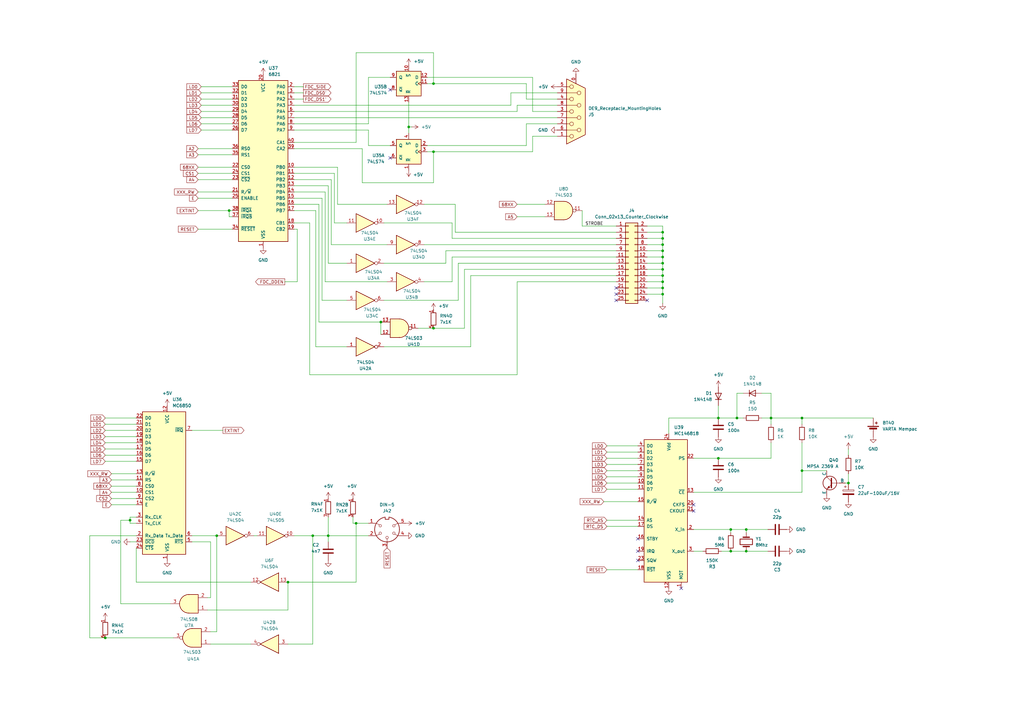
<source format=kicad_sch>
(kicad_sch (version 20250114) (generator "eeschema") (generator_version "9.0")
  (paper "A3")
  (title_block (title "CST Thor  - Clone/Upgrade for Sinclair QL") (date "2025-03-15") (rev "0,1") (company "(C) 2025 Alvaro Alea Fdz") (comment 1 "https://ohwr.org/cern_ohl_s_v2.txt") (comment 2 "CERN Open Hardware Licence Version 2 - Strongly Reciprocal") (comment 3 "Under License") (comment 4 "RTC, MOUSE, PRINTER & KEYBOARD INTERFACES"))
  (junction (at 294.64 187.96))
  (junction (at 271.78 100.33))
  (junction (at 88.9 219.71))
  (junction (at 156.21 132.08))
  (junction (at 271.78 97.79))
  (junction (at 271.78 120.65))
  (junction (at 328.93 171.45))
  (junction (at 299.72 226.06))
  (junction (at 271.78 107.95))
  (junction (at 146.05 214.63))
  (junction (at 53.34 213.36))
  (junction (at 306.07 217.17))
  (junction (at 271.78 113.03))
  (junction (at 271.78 102.87))
  (junction (at 177.8 134.62))
  (junction (at 328.93 193.04))
  (junction (at 316.23 171.45))
  (junction (at 271.78 105.41))
  (junction (at 93.98 86.36))
  (junction (at 347.98 198.12))
  (junction (at 294.64 171.45))
  (junction (at 177.8 34.29))
  (junction (at 43.18 261.62))
  (junction (at 306.07 226.06))
  (junction (at 299.72 217.17))
  (junction (at 271.78 115.57))
  (junction (at 271.78 95.25))
  (junction (at 177.8 62.23))
  (junction (at 118.11 238.76))
  (junction (at 271.78 118.11))
  (junction (at 128.27 219.71))
  (junction (at 302.26 171.45))
  (junction (at 134.62 219.71))
  (junction (at 271.78 110.49))
  (junction (at 167.64 52.07))
  (no_connect (at 265.43 123.19))
  (no_connect (at 252.73 120.65))
  (no_connect (at 279.4 241.3))
  (no_connect (at 252.73 123.19))
  (no_connect (at 284.48 209.55))
  (no_connect (at 261.62 226.06))
  (no_connect (at 160.02 64.77))
  (no_connect (at 160.02 36.83))
  (no_connect (at 252.73 118.11))
  (no_connect (at 261.62 220.98))
  (no_connect (at 284.48 207.01))
  (no_connect (at 261.62 229.87))
  (wire (pts (xy 284.48 226.06) (xy 288.29 226.06)))
  (wire (pts (xy 55.88 238.76) (xy 102.87 238.76)))
  (wire (pts (xy 144.78 214.63) (xy 146.05 214.63)))
  (wire (pts (xy 186.69 95.25) (xy 252.73 95.25)))
  (wire (pts (xy 95.25 45.72) (xy 82.55 45.72)))
  (wire (pts (xy 53.34 222.25) (xy 55.88 222.25)))
  (wire (pts (xy 132.08 123.19) (xy 142.24 123.19)))
  (wire (pts (xy 138.43 68.58) (xy 138.43 83.82)))
  (wire (pts (xy 81.28 63.5) (xy 95.25 63.5)))
  (wire (pts (xy 261.62 182.88) (xy 248.92 182.88)))
  (wire (pts (xy 347.98 194.31) (xy 347.98 198.12)))
  (wire (pts (xy 212.09 45.72) (xy 120.65 45.72)))
  (wire (pts (xy 215.9 40.64) (xy 228.6 40.64)))
  (wire (pts (xy 294.64 166.37) (xy 294.64 171.45)))
  (wire (pts (xy 173.99 100.33) (xy 252.73 100.33)))
  (wire (pts (xy 118.11 250.19) (xy 118.11 238.76)))
  (wire (pts (xy 247.65 205.74) (xy 261.62 205.74)))
  (wire (pts (xy 121.92 93.98) (xy 120.65 93.98)))
  (wire (pts (xy 261.62 195.58) (xy 248.92 195.58)))
  (wire (pts (xy 36.83 219.71) (xy 55.88 219.71)))
  (wire (pts (xy 306.07 217.17) (xy 306.07 218.44)))
  (wire (pts (xy 81.28 68.58) (xy 95.25 68.58)))
  (wire (pts (xy 175.26 34.29) (xy 177.8 34.29)))
  (wire (pts (xy 304.8 161.29) (xy 302.26 161.29)))
  (wire (pts (xy 215.9 34.29) (xy 215.9 40.64)))
  (wire (pts (xy 95.25 50.8) (xy 82.55 50.8)))
  (wire (pts (xy 160.02 31.75) (xy 151.13 31.75)))
  (wire (pts (xy 43.18 261.62) (xy 36.83 261.62)))
  (wire (pts (xy 134.62 219.71) (xy 128.27 219.71)))
  (wire (pts (xy 271.78 118.11) (xy 271.78 120.65)))
  (wire (pts (xy 177.8 134.62) (xy 190.5 134.62)))
  (wire (pts (xy 302.26 161.29) (xy 302.26 171.45)))
  (wire (pts (xy 284.48 201.93) (xy 328.93 201.93)))
  (wire (pts (xy 45.72 194.31) (xy 55.88 194.31)))
  (wire (pts (xy 265.43 118.11) (xy 271.78 118.11)))
  (wire (pts (xy 328.93 193.04) (xy 328.93 201.93)))
  (wire (pts (xy 265.43 105.41) (xy 271.78 105.41)))
  (wire (pts (xy 134.62 107.95) (xy 142.24 107.95)))
  (wire (pts (xy 120.65 48.26) (xy 228.6 48.26)))
  (wire (pts (xy 116.84 115.57) (xy 121.92 115.57)))
  (wire (pts (xy 261.62 198.12) (xy 248.92 198.12)))
  (wire (pts (xy 93.98 86.36) (xy 95.25 86.36)))
  (wire (pts (xy 121.92 93.98) (xy 121.92 115.57)))
  (wire (pts (xy 302.26 171.45) (xy 304.8 171.45)))
  (wire (pts (xy 212.09 88.9) (xy 223.52 88.9)))
  (wire (pts (xy 228.6 43.18) (xy 212.09 43.18)))
  (wire (pts (xy 132.08 81.28) (xy 132.08 123.19)))
  (wire (pts (xy 212.09 115.57) (xy 252.73 115.57)))
  (wire (pts (xy 328.93 171.45) (xy 358.14 171.45)))
  (wire (pts (xy 133.35 78.74) (xy 133.35 115.57)))
  (wire (pts (xy 265.43 97.79) (xy 271.78 97.79)))
  (wire (pts (xy 248.92 213.36) (xy 261.62 213.36)))
  (wire (pts (xy 284.48 187.96) (xy 294.64 187.96)))
  (wire (pts (xy 144.78 212.09) (xy 144.78 214.63)))
  (wire (pts (xy 81.28 60.96) (xy 95.25 60.96)))
  (wire (pts (xy 175.26 59.69) (xy 215.9 59.69)))
  (wire (pts (xy 53.34 213.36) (xy 53.34 214.63)))
  (wire (pts (xy 138.43 83.82) (xy 158.75 83.82)))
  (wire (pts (xy 261.62 185.42) (xy 248.92 185.42)))
  (wire (pts (xy 173.99 83.82) (xy 186.69 83.82)))
  (wire (pts (xy 182.88 107.95) (xy 182.88 102.87)))
  (wire (pts (xy 190.5 110.49) (xy 252.73 110.49)))
  (wire (pts (xy 55.88 184.15) (xy 43.18 184.15)))
  (wire (pts (xy 265.43 120.65) (xy 271.78 120.65)))
  (wire (pts (xy 86.36 245.11) (xy 86.36 222.25)))
  (wire (pts (xy 271.78 115.57) (xy 271.78 118.11)))
  (wire (pts (xy 78.74 176.53) (xy 91.44 176.53)))
  (wire (pts (xy 271.78 97.79) (xy 271.78 100.33)))
  (wire (pts (xy 55.88 212.09) (xy 53.34 212.09)))
  (wire (pts (xy 128.27 264.16) (xy 128.27 219.71)))
  (wire (pts (xy 160.02 59.69) (xy 151.13 59.69)))
  (wire (pts (xy 156.21 132.08) (xy 156.21 137.16)))
  (wire (pts (xy 316.23 171.45) (xy 316.23 173.99)))
  (wire (pts (xy 271.78 102.87) (xy 271.78 105.41)))
  (wire (pts (xy 120.65 86.36) (xy 129.54 86.36)))
  (wire (pts (xy 347.98 198.12) (xy 346.71 198.12)))
  (wire (pts (xy 271.78 110.49) (xy 271.78 113.03)))
  (wire (pts (xy 151.13 31.75) (xy 151.13 50.8)))
  (wire (pts (xy 55.88 179.07) (xy 43.18 179.07)))
  (wire (pts (xy 271.78 124.46) (xy 271.78 120.65)))
  (wire (pts (xy 95.25 53.34) (xy 82.55 53.34)))
  (wire (pts (xy 133.35 115.57) (xy 158.75 115.57)))
  (wire (pts (xy 49.53 213.36) (xy 49.53 247.65)))
  (wire (pts (xy 177.8 74.93) (xy 177.8 62.23)))
  (wire (pts (xy 306.07 217.17) (xy 314.96 217.17)))
  (wire (pts (xy 120.65 38.1) (xy 124.46 38.1)))
  (wire (pts (xy 177.8 21.59) (xy 177.8 34.29)))
  (wire (pts (xy 120.65 91.44) (xy 127 91.44)))
  (wire (pts (xy 265.43 100.33) (xy 271.78 100.33)))
  (wire (pts (xy 134.62 212.09) (xy 134.62 219.71)))
  (wire (pts (xy 118.11 238.76) (xy 146.05 238.76)))
  (wire (pts (xy 86.36 264.16) (xy 102.87 264.16)))
  (wire (pts (xy 171.45 134.62) (xy 177.8 134.62)))
  (wire (pts (xy 120.65 40.64) (xy 124.46 40.64)))
  (wire (pts (xy 36.83 261.62) (xy 36.83 219.71)))
  (wire (pts (xy 193.04 113.03) (xy 252.73 113.03)))
  (wire (pts (xy 228.6 38.1) (xy 209.55 38.1)))
  (wire (pts (xy 177.8 34.29) (xy 215.9 34.29)))
  (wire (pts (xy 120.65 53.34) (xy 151.13 53.34)))
  (wire (pts (xy 95.25 40.64) (xy 82.55 40.64)))
  (wire (pts (xy 95.25 48.26) (xy 82.55 48.26)))
  (wire (pts (xy 271.78 92.71) (xy 271.78 95.25)))
  (wire (pts (xy 53.34 212.09) (xy 53.34 213.36)))
  (wire (pts (xy 175.26 62.23) (xy 177.8 62.23)))
  (wire (pts (xy 328.93 181.61) (xy 328.93 193.04)))
  (wire (pts (xy 167.64 52.07) (xy 167.64 54.61)))
  (wire (pts (xy 265.43 95.25) (xy 271.78 95.25)))
  (wire (pts (xy 137.16 91.44) (xy 142.24 91.44)))
  (wire (pts (xy 45.72 207.01) (xy 55.88 207.01)))
  (wire (pts (xy 328.93 193.04) (xy 339.09 193.04)))
  (wire (pts (xy 312.42 161.29) (xy 316.23 161.29)))
  (wire (pts (xy 271.78 105.41) (xy 271.78 107.95)))
  (wire (pts (xy 185.42 115.57) (xy 185.42 105.41)))
  (wire (pts (xy 218.44 45.72) (xy 228.6 45.72)))
  (wire (pts (xy 120.65 73.66) (xy 135.89 73.66)))
  (wire (pts (xy 85.09 250.19) (xy 118.11 250.19)))
  (wire (pts (xy 190.5 134.62) (xy 190.5 110.49)))
  (wire (pts (xy 312.42 171.45) (xy 316.23 171.45)))
  (wire (pts (xy 177.8 62.23) (xy 218.44 62.23)))
  (wire (pts (xy 95.25 43.18) (xy 82.55 43.18)))
  (wire (pts (xy 212.09 153.67) (xy 212.09 115.57)))
  (wire (pts (xy 134.62 76.2) (xy 134.62 107.95)))
  (wire (pts (xy 151.13 53.34) (xy 151.13 59.69)))
  (wire (pts (xy 55.88 171.45) (xy 43.18 171.45)))
  (wire (pts (xy 215.9 50.8) (xy 228.6 50.8)))
  (wire (pts (xy 78.74 219.71) (xy 88.9 219.71)))
  (wire (pts (xy 146.05 214.63) (xy 151.13 214.63)))
  (wire (pts (xy 294.64 171.45) (xy 302.26 171.45)))
  (wire (pts (xy 218.44 62.23) (xy 218.44 55.88)))
  (wire (pts (xy 215.9 59.69) (xy 215.9 50.8)))
  (wire (pts (xy 167.64 41.91) (xy 167.64 52.07)))
  (wire (pts (xy 120.65 78.74) (xy 133.35 78.74)))
  (wire (pts (xy 81.28 71.12) (xy 95.25 71.12)))
  (wire (pts (xy 146.05 58.42) (xy 146.05 21.59)))
  (wire (pts (xy 261.62 187.96) (xy 248.92 187.96)))
  (wire (pts (xy 274.32 177.8) (xy 274.32 171.45)))
  (wire (pts (xy 295.91 226.06) (xy 299.72 226.06)))
  (wire (pts (xy 185.42 91.44) (xy 185.42 97.79)))
  (wire (pts (xy 186.69 83.82) (xy 186.69 95.25)))
  (wire (pts (xy 299.72 217.17) (xy 299.72 218.44)))
  (wire (pts (xy 120.65 76.2) (xy 134.62 76.2)))
  (wire (pts (xy 238.76 92.71) (xy 252.73 92.71)))
  (wire (pts (xy 212.09 43.18) (xy 212.09 45.72)))
  (wire (pts (xy 187.96 107.95) (xy 252.73 107.95)))
  (wire (pts (xy 81.28 73.66) (xy 95.25 73.66)))
  (wire (pts (xy 45.72 201.93) (xy 55.88 201.93)))
  (wire (pts (xy 316.23 171.45) (xy 328.93 171.45)))
  (wire (pts (xy 55.88 186.69) (xy 43.18 186.69)))
  (wire (pts (xy 120.65 81.28) (xy 132.08 81.28)))
  (wire (pts (xy 316.23 187.96) (xy 316.23 181.61)))
  (wire (pts (xy 265.43 92.71) (xy 271.78 92.71)))
  (wire (pts (xy 120.65 58.42) (xy 146.05 58.42)))
  (wire (pts (xy 86.36 222.25) (xy 78.74 222.25)))
  (wire (pts (xy 120.65 35.56) (xy 124.46 35.56)))
  (wire (pts (xy 209.55 38.1) (xy 209.55 43.18)))
  (wire (pts (xy 271.78 95.25) (xy 271.78 97.79)))
  (wire (pts (xy 127 91.44) (xy 127 153.67)))
  (wire (pts (xy 81.28 81.28) (xy 95.25 81.28)))
  (wire (pts (xy 55.88 173.99) (xy 43.18 173.99)))
  (wire (pts (xy 120.65 219.71) (xy 128.27 219.71)))
  (wire (pts (xy 85.09 245.11) (xy 86.36 245.11)))
  (wire (pts (xy 148.59 60.96) (xy 148.59 74.93)))
  (wire (pts (xy 81.28 86.36) (xy 93.98 86.36)))
  (wire (pts (xy 261.62 190.5) (xy 248.92 190.5)))
  (wire (pts (xy 120.65 83.82) (xy 130.81 83.82)))
  (wire (pts (xy 55.88 176.53) (xy 43.18 176.53)))
  (wire (pts (xy 157.48 142.24) (xy 193.04 142.24)))
  (wire (pts (xy 218.44 55.88) (xy 228.6 55.88)))
  (wire (pts (xy 120.65 71.12) (xy 137.16 71.12)))
  (wire (pts (xy 55.88 181.61) (xy 43.18 181.61)))
  (wire (pts (xy 299.72 226.06) (xy 306.07 226.06)))
  (wire (pts (xy 157.48 107.95) (xy 182.88 107.95)))
  (wire (pts (xy 95.25 38.1) (xy 82.55 38.1)))
  (wire (pts (xy 148.59 74.93) (xy 177.8 74.93)))
  (wire (pts (xy 45.72 199.39) (xy 55.88 199.39)))
  (wire (pts (xy 248.92 215.9) (xy 261.62 215.9)))
  (wire (pts (xy 265.43 110.49) (xy 271.78 110.49)))
  (wire (pts (xy 88.9 219.71) (xy 88.9 259.08)))
  (wire (pts (xy 299.72 217.17) (xy 306.07 217.17)))
  (wire (pts (xy 129.54 142.24) (xy 142.24 142.24)))
  (wire (pts (xy 120.65 60.96) (xy 148.59 60.96)))
  (wire (pts (xy 271.78 113.03) (xy 271.78 115.57)))
  (wire (pts (xy 71.12 261.62) (xy 43.18 261.62)))
  (wire (pts (xy 261.62 193.04) (xy 248.92 193.04)))
  (wire (pts (xy 81.28 78.74) (xy 95.25 78.74)))
  (wire (pts (xy 185.42 105.41) (xy 252.73 105.41)))
  (wire (pts (xy 151.13 219.71) (xy 134.62 219.71)))
  (wire (pts (xy 328.93 171.45) (xy 328.93 173.99)))
  (wire (pts (xy 53.34 213.36) (xy 49.53 213.36)))
  (wire (pts (xy 209.55 43.18) (xy 120.65 43.18)))
  (wire (pts (xy 146.05 21.59) (xy 177.8 21.59)))
  (wire (pts (xy 175.26 31.75) (xy 218.44 31.75)))
  (wire (pts (xy 157.48 91.44) (xy 185.42 91.44)))
  (wire (pts (xy 135.89 73.66) (xy 135.89 100.33)))
  (wire (pts (xy 265.43 115.57) (xy 271.78 115.57)))
  (wire (pts (xy 274.32 171.45) (xy 294.64 171.45)))
  (wire (pts (xy 212.09 83.82) (xy 223.52 83.82)))
  (wire (pts (xy 306.07 226.06) (xy 314.96 226.06)))
  (wire (pts (xy 55.88 189.23) (xy 43.18 189.23)))
  (wire (pts (xy 284.48 217.17) (xy 299.72 217.17)))
  (wire (pts (xy 81.28 93.98) (xy 95.25 93.98)))
  (wire (pts (xy 118.11 264.16) (xy 128.27 264.16)))
  (wire (pts (xy 265.43 107.95) (xy 271.78 107.95)))
  (wire (pts (xy 55.88 238.76) (xy 55.88 224.79)))
  (wire (pts (xy 146.05 238.76) (xy 146.05 214.63)))
  (wire (pts (xy 120.65 50.8) (xy 151.13 50.8)))
  (wire (pts (xy 167.64 52.07) (xy 168.91 52.07)))
  (wire (pts (xy 271.78 107.95) (xy 271.78 110.49)))
  (wire (pts (xy 248.92 233.68) (xy 261.62 233.68)))
  (wire (pts (xy 135.89 100.33) (xy 158.75 100.33)))
  (wire (pts (xy 95.25 88.9) (xy 93.98 88.9)))
  (wire (pts (xy 93.98 88.9) (xy 93.98 86.36)))
  (wire (pts (xy 45.72 204.47) (xy 55.88 204.47)))
  (wire (pts (xy 261.62 200.66) (xy 248.92 200.66)))
  (wire (pts (xy 49.53 247.65) (xy 69.85 247.65)))
  (wire (pts (xy 45.72 196.85) (xy 55.88 196.85)))
  (wire (pts (xy 95.25 35.56) (xy 82.55 35.56)))
  (wire (pts (xy 271.78 100.33) (xy 271.78 102.87)))
  (wire (pts (xy 104.14 219.71) (xy 105.41 219.71)))
  (wire (pts (xy 130.81 83.82) (xy 130.81 132.08)))
  (wire (pts (xy 130.81 132.08) (xy 156.21 132.08)))
  (wire (pts (xy 134.62 222.25) (xy 134.62 219.71)))
  (wire (pts (xy 137.16 71.12) (xy 137.16 91.44)))
  (wire (pts (xy 173.99 115.57) (xy 185.42 115.57)))
  (wire (pts (xy 193.04 142.24) (xy 193.04 113.03)))
  (wire (pts (xy 129.54 86.36) (xy 129.54 142.24)))
  (wire (pts (xy 185.42 97.79) (xy 252.73 97.79)))
  (wire (pts (xy 294.64 187.96) (xy 316.23 187.96)))
  (wire (pts (xy 53.34 214.63) (xy 55.88 214.63)))
  (wire (pts (xy 265.43 113.03) (xy 271.78 113.03)))
  (wire (pts (xy 187.96 123.19) (xy 187.96 107.95)))
  (wire (pts (xy 218.44 31.75) (xy 218.44 45.72)))
  (wire (pts (xy 265.43 102.87) (xy 271.78 102.87)))
  (wire (pts (xy 182.88 102.87) (xy 252.73 102.87)))
  (wire (pts (xy 88.9 259.08) (xy 86.36 259.08)))
  (wire (pts (xy 316.23 161.29) (xy 316.23 171.45)))
  (wire (pts (xy 347.98 186.69) (xy 347.98 184.15)))
  (wire (pts (xy 120.65 68.58) (xy 138.43 68.58)))
  (wire (pts (xy 127 153.67) (xy 212.09 153.67)))
  (wire (pts (xy 238.76 86.36) (xy 238.76 92.71)))
  (wire (pts (xy 157.48 123.19) (xy 187.96 123.19)))
  (label "STROBE" (at 240.03 92.71 0))
  (global_label "RESET" (shape input) (at 81.28 93.98 180) (property "Intersheetrefs" "${INTERSHEET_REFS}" (effects (hide yes))))
  (global_label "EXTINT" (shape input) (at 81.28 86.36 180) (property "Intersheetrefs" "${INTERSHEET_REFS}" (effects (hide yes))))
  (global_label "LD0" (shape input) (at 43.18 171.45 180) (property "Intersheetrefs" "${INTERSHEET_REFS}" (effects (hide yes))))
  (global_label "LD0" (shape input) (at 248.92 182.88 180) (property "Intersheetrefs" "${INTERSHEET_REFS}" (effects (hide yes))))
  (global_label "CS2" (shape input) (at 45.72 204.47 180) (property "Intersheetrefs" "${INTERSHEET_REFS}" (effects (hide yes))))
  (global_label "LD2" (shape input) (at 43.18 176.53 180) (property "Intersheetrefs" "${INTERSHEET_REFS}" (effects (hide yes))))
  (global_label "68XX" (shape input) (at 45.72 199.39 180) (property "Intersheetrefs" "${INTERSHEET_REFS}" (effects (hide yes))))
  (global_label "LD5" (shape input) (at 43.18 184.15 180) (property "Intersheetrefs" "${INTERSHEET_REFS}" (effects (hide yes))))
  (global_label "LD5" (shape input) (at 82.55 48.26 180) (property "Intersheetrefs" "${INTERSHEET_REFS}" (effects (hide yes))))
  (global_label "LD7" (shape input) (at 248.92 200.66 180) (property "Intersheetrefs" "${INTERSHEET_REFS}" (effects (hide yes))))
  (global_label "FDC_DS1'" (shape output) (at 124.46 40.64 0) (property "Intersheetrefs" "${INTERSHEET_REFS}" (effects (hide yes))))
  (global_label "LD2" (shape input) (at 248.92 187.96 180) (property "Intersheetrefs" "${INTERSHEET_REFS}" (effects (hide yes))))
  (global_label "LD5" (shape input) (at 248.92 195.58 180) (property "Intersheetrefs" "${INTERSHEET_REFS}" (effects (hide yes))))
  (global_label "A2" (shape input) (at 81.28 60.96 180) (property "Intersheetrefs" "${INTERSHEET_REFS}" (effects (hide yes))))
  (global_label "LD3" (shape input) (at 248.92 190.5 180) (property "Intersheetrefs" "${INTERSHEET_REFS}" (effects (hide yes))))
  (global_label "FDC_SIDE" (shape output) (at 124.46 35.56 0) (property "Intersheetrefs" "${INTERSHEET_REFS}" (effects (hide yes))))
  (global_label "XXX_RW" (shape input) (at 247.65 205.74 180) (property "Intersheetrefs" "${INTERSHEET_REFS}" (effects (hide yes))))
  (global_label "RESET" (shape input) (at 158.75 224.79 270) (property "Intersheetrefs" "${INTERSHEET_REFS}" (effects (hide yes))))
  (global_label "68XX" (shape input) (at 212.09 83.82 180) (property "Intersheetrefs" "${INTERSHEET_REFS}" (effects (hide yes))))
  (global_label "A3" (shape input) (at 45.72 196.85 180) (property "Intersheetrefs" "${INTERSHEET_REFS}" (effects (hide yes))))
  (global_label "LD3" (shape input) (at 43.18 179.07 180) (property "Intersheetrefs" "${INTERSHEET_REFS}" (effects (hide yes))))
  (global_label "LD0" (shape input) (at 82.55 35.56 180) (property "Intersheetrefs" "${INTERSHEET_REFS}" (effects (hide yes))))
  (global_label "LD2" (shape input) (at 82.55 40.64 180) (property "Intersheetrefs" "${INTERSHEET_REFS}" (effects (hide yes))))
  (global_label "LD7" (shape input) (at 43.18 189.23 180) (property "Intersheetrefs" "${INTERSHEET_REFS}" (effects (hide yes))))
  (global_label "LD1" (shape input) (at 82.55 38.1 180) (property "Intersheetrefs" "${INTERSHEET_REFS}" (effects (hide yes))))
  (global_label "RESET" (shape input) (at 248.92 233.68 180) (property "Intersheetrefs" "${INTERSHEET_REFS}" (effects (hide yes))))
  (global_label "RTC_DS" (shape input) (at 248.92 215.9 180) (property "Intersheetrefs" "${INTERSHEET_REFS}" (effects (hide yes))))
  (global_label "LD6" (shape input) (at 43.18 186.69 180) (property "Intersheetrefs" "${INTERSHEET_REFS}" (effects (hide yes))))
  (global_label "LD1" (shape input) (at 248.92 185.42 180) (property "Intersheetrefs" "${INTERSHEET_REFS}" (effects (hide yes))))
  (global_label "A4" (shape input) (at 45.72 201.93 180) (property "Intersheetrefs" "${INTERSHEET_REFS}" (effects (hide yes))))
  (global_label "LD1" (shape input) (at 43.18 173.99 180) (property "Intersheetrefs" "${INTERSHEET_REFS}" (effects (hide yes))))
  (global_label "LD6" (shape input) (at 82.55 50.8 180) (property "Intersheetrefs" "${INTERSHEET_REFS}" (effects (hide yes))))
  (global_label "XXX_RW" (shape input) (at 81.28 78.74 180) (property "Intersheetrefs" "${INTERSHEET_REFS}" (effects (hide yes))))
  (global_label "LD3" (shape input) (at 82.55 43.18 180) (property "Intersheetrefs" "${INTERSHEET_REFS}" (effects (hide yes))))
  (global_label "68XX" (shape input) (at 81.28 68.58 180) (property "Intersheetrefs" "${INTERSHEET_REFS}" (effects (hide yes))))
  (global_label "LD7" (shape input) (at 82.55 53.34 180) (property "Intersheetrefs" "${INTERSHEET_REFS}" (effects (hide yes))))
  (global_label "RTC_AS" (shape input) (at 248.92 213.36 180) (property "Intersheetrefs" "${INTERSHEET_REFS}" (effects (hide yes))))
  (global_label "EXTINT" (shape output) (at 91.44 176.53 0) (property "Intersheetrefs" "${INTERSHEET_REFS}" (effects (hide yes))))
  (global_label "CS1" (shape input) (at 81.28 71.12 180) (property "Intersheetrefs" "${INTERSHEET_REFS}" (effects (hide yes))))
  (global_label "XXX_RW" (shape input) (at 45.72 194.31 180) (property "Intersheetrefs" "${INTERSHEET_REFS}" (effects (hide yes))))
  (global_label "FDC_DS0'" (shape output) (at 124.46 38.1 0) (property "Intersheetrefs" "${INTERSHEET_REFS}" (effects (hide yes))))
  (global_label "LD6" (shape input) (at 248.92 198.12 180) (property "Intersheetrefs" "${INTERSHEET_REFS}" (effects (hide yes))))
  (global_label "E" (shape input) (at 45.72 207.01 180) (property "Intersheetrefs" "${INTERSHEET_REFS}" (effects (hide yes))))
  (global_label "A4" (shape input) (at 81.28 73.66 180) (property "Intersheetrefs" "${INTERSHEET_REFS}" (effects (hide yes))))
  (global_label "A5" (shape input) (at 212.09 88.9 180) (property "Intersheetrefs" "${INTERSHEET_REFS}" (effects (hide yes))))
  (global_label "A3" (shape input) (at 81.28 63.5 180) (property "Intersheetrefs" "${INTERSHEET_REFS}" (effects (hide yes))))
  (global_label "LD4" (shape input) (at 82.55 45.72 180) (property "Intersheetrefs" "${INTERSHEET_REFS}" (effects (hide yes))))
  (global_label "LD4" (shape input) (at 43.18 181.61 180) (property "Intersheetrefs" "${INTERSHEET_REFS}" (effects (hide yes))))
  (global_label "FDC_DDEN" (shape output) (at 116.84 115.57 180) (property "Intersheetrefs" "${INTERSHEET_REFS}" (effects (hide yes))))
  (global_label "E" (shape input) (at 81.28 81.28 180) (property "Intersheetrefs" "${INTERSHEET_REFS}" (effects (hide yes))))
  (global_label "LD4" (shape input) (at 248.92 193.04 180) (property "Intersheetrefs" "${INTERSHEET_REFS}" (effects (hide yes))))
  (symbol (lib_id "Device:R") (at 292.1 226.06 270) (unit 1)
    (property "Reference" "R3" (at 292.1 232.41 90))
    (property "Value" "150K" (at 292.1 229.87 90))
    (property "Footprint" "Resistor_THT:R_Axial_DIN0207_L6.3mm_D2.5mm_P10.16mm_Horizontal" (effects (hide yes)))
    (property "Description" "Resistor" (effects (hide yes)))
  )
  (symbol (lib_id "power:GND") (at 134.62 229.87 0) (unit 1)
    (property "Reference" "#PWR0113" (effects (hide yes)))
    (property "Value" "GND" (at 134.62 234.95 0))
    (property "Description" "Power symbol creates a global label with name \"GND\" , ground" (effects (hide yes)))
  )
  (symbol (lib_id "Simulation_SPICE:NPN") (at 341.63 198.12 0) (mirror y) (unit 1)
    (property "Reference" "Q40" (at 343.916 188.722 0) (effects (justify left)))
    (property "Value" "MPSA 2369 A" (at 343.916 191.262 0) (effects (justify left)))
    (property "Footprint" "Package_TO_SOT_THT:TO-92" (effects (hide yes)))
    (property "Datasheet" "https://ngspice.sourceforge.io/docs/ngspice-html-manual/manual.xhtml#cha_BJTs" (effects (hide yes)))
    (property "Description" "Bipolar transistor symbol for simulation only, substrate tied to the emitter" (effects (hide yes)))
    (property "Sim.Device" "NPN" (effects (hide yes)))
    (property "Sim.Type" "GUMMELPOON" (effects (hide yes)))
    (property "Sim.Pins" "1=C 2=B 3=E" (effects (hide yes)))
  )
  (symbol (lib_id "power:GND") (at 166.37 219.71 90) (mirror x) (unit 1)
    (property "Reference" "#PWR0115" (effects (hide yes)))
    (property "Value" "GND" (at 170.18 219.7101 90) (effects (justify right)))
    (property "Description" "Power symbol creates a global label with name \"GND\" , ground" (effects (hide yes)))
  )
  (symbol (lib_id "74xx:74LS04") (at 166.37 100.33 0) (mirror x) (unit 4)
    (property "Reference" "U34" (at 171.704 105.41 0))
    (property "Value" "74LS04" (at 171.704 102.87 0))
    (property "Footprint" "Package_DIP:DIP-14_W7.62mm" (effects (hide yes)))
    (property "Datasheet" "http://www.ti.com/lit/gpn/sn74LS04" (effects (hide yes)))
    (property "Description" "Hex Inverter" (effects (hide yes)))
  )
  (symbol (lib_id "Device:Battery_Cell") (at 358.14 176.53 0) (unit 1)
    (property "Reference" "BT40" (at 361.95 173.4184 0) (effects (justify left)))
    (property "Value" "VARTA Mempac" (at 361.95 175.9584 0) (effects (justify left)))
    (property "Footprint" "8bits:BatteryHolder_CST_Thor" (effects (hide yes)))
  )
  (symbol (lib_id "power:GND") (at 322.58 217.17 90) (unit 1)
    (property "Reference" "#PWR093" (effects (hide yes)))
    (property "Value" "GND" (at 326.39 217.1699 90) (effects (justify right)))
    (property "Description" "Power symbol creates a global label with name \"GND\" , ground" (effects (hide yes)))
  )
  (symbol (lib_id "74xx:74LS04") (at 110.49 264.16 180) (unit 2)
    (property "Reference" "U42" (at 110.49 255.27 0))
    (property "Value" "74LS04" (at 110.49 257.81 0))
    (property "Footprint" "Package_DIP:DIP-14_W7.62mm" (effects (hide yes)))
    (property "Datasheet" "http://www.ti.com/lit/gpn/sn74LS04" (effects (hide yes)))
    (property "Description" "Hex Inverter" (effects (hide yes)))
  )
  (symbol (lib_id "power:+5V") (at 68.58 166.37 0) (unit 1)
    (property "Reference" "#PWR087" (effects (hide yes)))
    (property "Value" "+5V" (at 68.58 161.29 0))
    (property "Description" "Power symbol creates a global label with name \"+5V\"" (effects (hide yes)))
  )
  (symbol (lib_id "power:+5V") (at 107.95 30.48 0) (unit 1)
    (property "Reference" "#PWR089" (effects (hide yes)))
    (property "Value" "+5V" (at 107.95 25.4 0))
    (property "Description" "Power symbol creates a global label with name \"+5V\"" (effects (hide yes)))
  )
  (symbol (lib_id "74xx:74LS04") (at 166.37 115.57 0) (mirror x) (unit 2)
    (property "Reference" "U34" (at 168.91 121.92 0))
    (property "Value" "74LS04" (at 168.91 119.38 0))
    (property "Footprint" "Package_DIP:DIP-14_W7.62mm" (effects (hide yes)))
    (property "Datasheet" "http://www.ti.com/lit/gpn/sn74LS04" (effects (hide yes)))
    (property "Description" "Hex Inverter" (effects (hide yes)))
  )
  (symbol (lib_id "74xx:74LS04") (at 96.52 219.71 0) (unit 3)
    (property "Reference" "U42" (at 96.52 210.82 0))
    (property "Value" "74LS04" (at 96.52 213.36 0))
    (property "Footprint" "Package_DIP:DIP-14_W7.62mm" (effects (hide yes)))
    (property "Datasheet" "http://www.ti.com/lit/gpn/sn74LS04" (effects (hide yes)))
    (property "Description" "Hex Inverter" (effects (hide yes)))
  )
  (symbol (lib_id "power:+5V") (at 228.6 35.56 90) (unit 1)
    (property "Reference" "#PWR0102" (effects (hide yes)))
    (property "Value" "+5V" (at 224.79 35.5599 90) (effects (justify left)))
    (property "Description" "Power symbol creates a global label with name \"+5V\"" (effects (hide yes)))
  )
  (symbol (lib_id "74xx:74LS04") (at 149.86 91.44 0) (mirror x) (unit 5)
    (property "Reference" "U34" (at 151.638 98.044 0))
    (property "Value" "74LS04" (at 151.638 95.504 0))
    (property "Footprint" "Package_DIP:DIP-14_W7.62mm" (effects (hide yes)))
    (property "Datasheet" "http://www.ti.com/lit/gpn/sn74LS04" (effects (hide yes)))
    (property "Description" "Hex Inverter" (effects (hide yes)))
  )
  (symbol (lib_id "power:+5V") (at 347.98 184.15 0) (unit 1)
    (property "Reference" "#PWR098" (effects (hide yes)))
    (property "Value" "+5V" (at 347.98 179.07 0))
    (property "Description" "Power symbol creates a global label with name \"+5V\"" (effects (hide yes)))
  )
  (symbol (lib_id "74xx:74LS74") (at 167.64 34.29 0) (mirror y) (unit 2)
    (property "Reference" "U35" (at 158.75 35.56 0) (effects (justify left)))
    (property "Value" "74LS74" (at 158.75 38.1 0) (effects (justify left)))
    (property "Footprint" "Package_DIP:DIP-14_W7.62mm" (effects (hide yes)))
    (property "Datasheet" "74xx/74hc_hct74.pdf" (effects (hide yes)))
    (property "Description" "Dual D Flip-flop, Set & Reset" (effects (hide yes)))
  )
  (symbol (lib_id "74xx:74LS03") (at 78.74 261.62 180) (unit 1)
    (property "Reference" "U41" (at 79.248 270.256 0))
    (property "Value" "74LS03" (at 78.74 267.462 0))
    (property "Footprint" "Package_DIP:DIP-14_W7.62mm" (effects (hide yes)))
    (property "Datasheet" "http://www.ti.com/lit/gpn/sn74LS03" (effects (hide yes)))
    (property "Description" "Quad 2-input NAND open collector" (effects (hide yes)))
  )
  (symbol (lib_id "Interface:6821") (at 107.95 66.04 0) (unit 1)
    (property "Reference" "U37" (at 110.0933 27.94 0) (effects (justify left)))
    (property "Value" "6821" (at 110.0933 30.48 0) (effects (justify left)))
    (property "Footprint" "Package_DIP:DIP-40_W15.24mm" (effects (hide yes)))
    (property "Datasheet" "http://pdf.datasheetcatalog.com/datasheet/motorola/6821.pdf" (effects (hide yes)))
    (property "Description" "Peripheral Interface Adapter 1MHz, DIP-40" (effects (hide yes)))
  )
  (symbol (lib_id "Device:C") (at 318.77 226.06 90) (mirror x) (unit 1)
    (property "Reference" "C3" (at 318.77 233.68 90))
    (property "Value" "22p" (at 318.77 231.14 90))
    (property "Footprint" "Capacitor_THT:C_Disc_D4.3mm_W1.9mm_P5.00mm" (effects (hide yes)))
    (property "Description" "Unpolarized capacitor" (effects (hide yes)))
  )
  (symbol (lib_id "power:GND") (at 294.64 195.58 0) (unit 1)
    (property "Reference" "#PWR094" (effects (hide yes)))
    (property "Value" "GND" (at 294.64 200.66 0))
    (property "Description" "Power symbol creates a global label with name \"GND\" , ground" (effects (hide yes)))
  )
  (symbol (lib_id "power:+5V") (at -26.67 -8.89 0) (unit 1)
    (property "Reference" "#PWR0112" (effects (hide yes)))
    (property "Value" "+5V" (at -26.67 -13.97 0))
    (property "Description" "Power symbol creates a global label with name \"+5V\"" (effects (hide yes)))
  )
  (symbol (lib_id "Device:C") (at 294.64 175.26 0) (unit 1)
    (property "Reference" "C5" (at 298.45 173.9899 0) (effects (justify left)))
    (property "Value" "100n" (at 298.45 176.5299 0) (effects (justify left)))
    (property "Footprint" "Capacitor_THT:C_Disc_D4.3mm_W1.9mm_P5.00mm" (effects (hide yes)))
    (property "Description" "Unpolarized capacitor" (effects (hide yes)))
  )
  (symbol (lib_id "Device:C_Polarized") (at 347.98 201.93 0) (unit 1)
    (property "Reference" "C7" (at 351.79 199.7709 0) (effects (justify left)))
    (property "Value" "22uF-100uF/16V" (at 351.79 202.3109 0) (effects (justify left)))
    (property "Footprint" "Capacitor_THT:CP_Radial_D5.0mm_P2.50mm" (effects (hide yes)))
    (property "Description" "Polarized capacitor" (effects (hide yes)))
  )
  (symbol (lib_id "power:GND") (at 107.95 101.6 0) (unit 1)
    (property "Reference" "#PWR090" (effects (hide yes)))
    (property "Value" "GND" (at 107.95 106.68 0))
    (property "Description" "Power symbol creates a global label with name \"GND\" , ground" (effects (hide yes)))
  )
  (symbol (lib_id "Device:R_Network07_Split") (at 43.18 257.81 0) (unit 5)
    (property "Reference" "RN4" (at 45.72 256.5399 0) (effects (justify left)))
    (property "Value" "7x1K" (at 45.72 259.0799 0) (effects (justify left)))
    (property "Footprint" "Resistor_THT:R_Array_SIP8" (effects (hide yes)))
    (property "Datasheet" "http://www.vishay.com/docs/31509/csc.pdf" (effects (hide yes)))
    (property "Description" "7 resistor network, star topology, bussed resistors, split" (effects (hide yes)))
  )
  (symbol (lib_id "power:+5V") (at 167.64 26.67 0) (unit 1)
    (property "Reference" "#PWR0104" (effects (hide yes)))
    (property "Value" "+5V" (at 171.704 25.146 0))
    (property "Description" "Power symbol creates a global label with name \"+5V\"" (effects (hide yes)))
  )
  (symbol (lib_id "Device:C") (at 294.64 191.77 0) (unit 1)
    (property "Reference" "C6" (at 298.45 190.4999 0) (effects (justify left)))
    (property "Value" "100n" (at 298.45 193.0399 0) (effects (justify left)))
    (property "Footprint" "Capacitor_THT:C_Disc_D4.3mm_W1.9mm_P5.00mm" (effects (hide yes)))
    (property "Description" "Unpolarized capacitor" (effects (hide yes)))
  )
  (symbol (lib_id "Device:D") (at 308.61 161.29 0) (unit 1)
    (property "Reference" "D2" (at 308.61 154.94 0))
    (property "Value" "1N4148" (at 308.61 157.48 0))
    (property "Footprint" "Diode_THT:D_DO-34_SOD68_P10.16mm_Horizontal" (effects (hide yes)))
    (property "Description" "Diode" (effects (hide yes)))
    (property "Sim.Device" "D" (effects (hide yes)))
    (property "Sim.Pins" "1=K 2=A" (effects (hide yes)))
  )
  (symbol (lib_id "power:+5V") (at 294.64 158.75 0) (unit 1)
    (property "Reference" "#PWR096" (effects (hide yes)))
    (property "Value" "+5V" (at 294.64 153.67 0))
    (property "Description" "Power symbol creates a global label with name \"+5V\"" (effects (hide yes)))
  )
  (symbol (lib_id "74xx:74LS04") (at 110.49 238.76 0) (mirror y) (unit 6)
    (property "Reference" "U6" (at 110.49 229.87 0))
    (property "Value" "74LS04" (at 110.49 232.41 0))
    (property "Footprint" "Package_DIP:DIP-14_W7.62mm" (effects (hide yes)))
    (property "Datasheet" "http://www.ti.com/lit/gpn/sn74LS04" (effects (hide yes)))
  )
  (symbol (lib_id "Connector:DE9_Receptacle_MountingHoles") (at 236.22 45.72 0) (mirror x) (unit 1)
    (property "Reference" "J5" (at 241.3 46.99 0) (effects (justify left)))
    (property "Value" "DE9_Receptacle_MountingHoles" (at 241.3 44.45 0) (effects (justify left)))
    (property "Footprint" "Connector_Dsub:DSUB-9_Female_Horizontal_P2.77x2.84mm_EdgePinOffset4.94mm_Housed_MountingHolesOffset7.48mm" (effects (hide yes)))
  )
  (symbol (lib_id "power:GND") (at 271.78 124.46 0) (unit 1)
    (property "Reference" "#PWR0123" (effects (hide yes)))
    (property "Value" "GND" (at 271.78 129.54 0))
    (property "Description" "Power symbol creates a global label with name \"GND\" , ground" (effects (hide yes)))
  )
  (symbol (lib_id "Device:R") (at 347.98 190.5 0) (unit 1)
    (property "Reference" "R7" (at 350.52 189.2299 0) (effects (justify left)))
    (property "Value" "10K" (at 350.52 191.7699 0) (effects (justify left)))
    (property "Footprint" "Resistor_THT:R_Axial_DIN0207_L6.3mm_D2.5mm_P10.16mm_Horizontal" (effects (hide yes)))
    (property "Description" "Resistor" (effects (hide yes)))
  )
  (symbol (lib_id "Device:D") (at 294.64 162.56 270) (mirror x) (unit 1)
    (property "Reference" "D1" (at 292.1 161.2899 90) (effects (justify right)))
    (property "Value" "1N4148" (at 292.1 163.8299 90) (effects (justify right)))
    (property "Footprint" "Diode_THT:D_DO-34_SOD68_P10.16mm_Horizontal" (effects (hide yes)))
    (property "Description" "Diode" (effects (hide yes)))
    (property "Sim.Device" "D" (effects (hide yes)))
    (property "Sim.Pins" "1=K 2=A" (effects (hide yes)))
  )
  (symbol (lib_id "power:GND") (at 347.98 205.74 0) (unit 1)
    (property "Reference" "#PWR0100" (effects (hide yes)))
    (property "Value" "GND" (at 347.98 210.82 0))
    (property "Description" "Power symbol creates a global label with name \"GND\" , ground" (effects (hide yes)))
  )
  (symbol (lib_id "Device:C") (at 318.77 217.17 90) (unit 1)
    (property "Reference" "C4" (at 318.77 209.55 90))
    (property "Value" "22p" (at 318.77 212.09 90))
    (property "Footprint" "Capacitor_THT:C_Disc_D4.3mm_W1.9mm_P5.00mm" (effects (hide yes)))
    (property "Description" "Unpolarized capacitor" (effects (hide yes)))
  )
  (symbol (lib_id "power:GND") (at 358.14 179.07 0) (unit 1)
    (property "Reference" "#PWR099" (effects (hide yes)))
    (property "Value" "GND" (at 358.14 184.15 0))
    (property "Description" "Power symbol creates a global label with name \"GND\" , ground" (effects (hide yes)))
  )
  (symbol (lib_id "74xx:74LS08") (at 77.47 247.65 180) (unit 1)
    (property "Reference" "U7" (at 77.4783 256.54 0))
    (property "Value" "74LS08" (at 77.4783 254 0))
    (property "Footprint" "Package_DIP:DIP-14_W7.62mm" (effects (hide yes)))
    (property "Datasheet" "http://www.ti.com/lit/gpn/sn74LS08" (effects (hide yes)))
  )
  (symbol (lib_id "74xx:74LS74") (at 167.64 62.23 0) (mirror y) (unit 1)
    (property "Reference" "U35" (at 157.734 63.754 0) (effects (justify left)))
    (property "Value" "74LS74" (at 157.734 66.294 0) (effects (justify left)))
    (property "Footprint" "Package_DIP:DIP-14_W7.62mm" (effects (hide yes)))
    (property "Datasheet" "74xx/74hc_hct74.pdf" (effects (hide yes)))
    (property "Description" "Dual D Flip-flop, Set & Reset" (effects (hide yes)))
  )
  (symbol (lib_id "Device:R") (at 316.23 177.8 0) (unit 1)
    (property "Reference" "R6" (at 318.77 176.5299 0) (effects (justify left)))
    (property "Value" "1K" (at 318.77 179.0699 0) (effects (justify left)))
    (property "Footprint" "Resistor_THT:R_Axial_DIN0207_L6.3mm_D2.5mm_P10.16mm_Horizontal" (effects (hide yes)))
    (property "Description" "Resistor" (effects (hide yes)))
  )
  (symbol (lib_id "power:GND") (at 294.64 179.07 0) (unit 1)
    (property "Reference" "#PWR095" (effects (hide yes)))
    (property "Value" "GND" (at 294.64 184.15 0))
    (property "Description" "Power symbol creates a global label with name \"GND\" , ground" (effects (hide yes)))
  )
  (symbol (lib_id "Device:R_Network07_Split") (at 134.62 208.28 0) (unit 6)
    (property "Reference" "RN4" (at 127.508 206.756 0) (effects (justify left)))
    (property "Value" "7x1K" (at 127.508 209.296 0) (effects (justify left)))
    (property "Footprint" "Resistor_THT:R_Array_SIP8" (effects (hide yes)))
    (property "Datasheet" "http://www.vishay.com/docs/31509/csc.pdf" (effects (hide yes)))
    (property "Description" "7 resistor network, star topology, bussed resistors, split" (effects (hide yes)))
  )
  (symbol (lib_id "power:+5V") (at 168.91 52.07 270) (unit 1)
    (property "Reference" "#PWR0105" (effects (hide yes)))
    (property "Value" "+5V" (at 172.72 52.0699 90) (effects (justify left)))
    (property "Description" "Power symbol creates a global label with name \"+5V\"" (effects (hide yes)))
  )
  (symbol (lib_id "74xx:74LS03") (at 231.14 86.36 0) (unit 4)
    (property "Reference" "U8" (at 231.1317 77.47 0))
    (property "Value" "74LS03" (at 231.1317 80.01 0))
    (property "Footprint" "Package_DIP:DIP-14_W7.62mm" (effects (hide yes)))
    (property "Datasheet" "http://www.ti.com/lit/gpn/sn74LS03" (effects (hide yes)))
    (property "Description" "Quad 2-input NAND open collector" (effects (hide yes)))
  )
  (symbol (lib_id "power:GND") (at 274.32 241.3 0) (unit 1)
    (property "Reference" "#PWR091" (effects (hide yes)))
    (property "Value" "GND" (at 274.32 246.38 0))
    (property "Description" "Power symbol creates a global label with name \"GND\" , ground" (effects (hide yes)))
  )
  (symbol (lib_id "Device:Crystal") (at 306.07 222.25 90) (unit 1)
    (property "Reference" "Y1" (at 309.88 220.9799 90) (effects (justify right)))
    (property "Value" "8Mhz" (at 309.88 223.5199 90) (effects (justify right)))
    (property "Footprint" "Crystal:Crystal_HC49-4H_Vertical" (effects (hide yes)))
    (property "Description" "Two pin crystal" (effects (hide yes)))
  )
  (symbol (lib_id "Connector_Generic:Conn_02x13_Odd_Even") (at 257.81 107.95 0) (unit 1)
    (property "Reference" "J4" (at 259.08 86.36 0))
    (property "Value" "Conn_02x13_Counter_Clockwise" (at 259.08 88.9 0))
    (property "Footprint" "Connector_PinHeader_2.54mm:PinHeader_2x13_P2.54mm_Horizontal" (effects (hide yes)))
    (property "Description" "Generic connector, double row, 02x13, odd/even pin numbering scheme (row 1 odd numbers, row 2 even numbers), script generated (kicad-library-utils/schlib/autogen/connector/)" (effects (hide yes)))
  )
  (symbol (lib_id "Device:R_Network07_Split") (at 144.78 208.28 0) (unit 2)
    (property "Reference" "RN2" (at 137.668 207.01 0) (effects (justify left)))
    (property "Value" "7x1K" (at 137.668 209.55 0) (effects (justify left)))
    (property "Footprint" "Resistor_THT:R_Array_SIP8" (effects (hide yes)))
    (property "Datasheet" "http://www.vishay.com/docs/31509/csc.pdf" (effects (hide yes)))
    (property "Description" "7 resistor network, star topology, bussed resistors, split" (effects (hide yes)))
  )
  (symbol (lib_id "power:GND") (at 236.22 30.48 180) (unit 1)
    (property "Reference" "#PWR0107" (effects (hide yes)))
    (property "Value" "GND" (at 236.22 25.4 0))
    (property "Description" "Power symbol creates a global label with name \"GND\" , ground" (effects (hide yes)))
  )
  (symbol (lib_id "Device:R") (at 299.72 222.25 0) (mirror y) (unit 1)
    (property "Reference" "R4" (at 297.18 220.9799 0) (effects (justify left)))
    (property "Value" "5M6" (at 297.18 223.5199 0) (effects (justify left)))
    (property "Footprint" "Resistor_THT:R_Axial_DIN0207_L6.3mm_D2.5mm_P10.16mm_Horizontal" (effects (hide yes)))
    (property "Description" "Resistor" (effects (hide yes)))
  )
  (symbol (lib_id "Connector:DIN-5") (at 158.75 217.17 0) (mirror x) (unit 1)
    (property "Reference" "J42" (at 158.75 209.55 0))
    (property "Value" "DIN-5" (at 158.75 207.01 0))
    (property "Footprint" "8bits:DIN-5-female-pcb-horizontal" (effects (hide yes)))
    (property "Datasheet" "http://www.mouser.com/ds/2/18/40_c091_abd_e-75918.pdf" (effects (hide yes)))
    (property "Description" "5-pin DIN connector" (effects (hide yes)))
  )
  (symbol (lib_id "power:+5V") (at 134.62 204.47 0) (unit 1)
    (property "Reference" "#PWR0110" (effects (hide yes)))
    (property "Value" "+5V" (at 134.62 199.39 0))
    (property "Description" "Power symbol creates a global label with name \"+5V\"" (effects (hide yes)))
  )
  (symbol (lib_id "Device:R_Network07_Split") (at 177.8 130.81 0) (unit 4)
    (property "Reference" "RN4" (at 180.34 129.5399 0) (effects (justify left)))
    (property "Value" "7x1K" (at 180.34 132.0799 0) (effects (justify left)))
    (property "Footprint" "Resistor_THT:R_Array_SIP8" (effects (hide yes)))
    (property "Datasheet" "http://www.vishay.com/docs/31509/csc.pdf" (effects (hide yes)))
    (property "Description" "7 resistor network, star topology, bussed resistors, split" (effects (hide yes)))
  )
  (symbol (lib_id "power:+5V") (at 177.8 127 0) (unit 1)
    (property "Reference" "#PWR0133" (effects (hide yes)))
    (property "Value" "+5V" (at 181.864 125.476 0))
    (property "Description" "Power symbol creates a global label with name \"+5V\"" (effects (hide yes)))
  )
  (symbol (lib_id "power:GND") (at 68.58 229.87 0) (unit 1)
    (property "Reference" "#PWR088" (effects (hide yes)))
    (property "Value" "GND" (at 68.58 234.95 0))
    (property "Description" "Power symbol creates a global label with name \"GND\" , ground" (effects (hide yes)))
  )
  (symbol (lib_id "Device:R") (at 328.93 177.8 0) (unit 1)
    (property "Reference" "R8" (at 331.47 176.5299 0) (effects (justify left)))
    (property "Value" "10K" (at 331.47 179.0699 0) (effects (justify left)))
    (property "Footprint" "Resistor_THT:R_Axial_DIN0207_L6.3mm_D2.5mm_P10.16mm_Horizontal" (effects (hide yes)))
    (property "Description" "Resistor" (effects (hide yes)))
  )
  (symbol (lib_id "Device:R") (at 308.61 171.45 90) (unit 1)
    (property "Reference" "R5" (at 308.61 165.1 90))
    (property "Value" "150" (at 308.61 167.64 90))
    (property "Footprint" "Resistor_THT:R_Axial_DIN0207_L6.3mm_D2.5mm_P10.16mm_Horizontal" (effects (hide yes)))
    (property "Description" "Resistor" (effects (hide yes)))
  )
  (symbol (lib_id "power:+5V") (at 43.18 254 0) (unit 1)
    (property "Reference" "#PWR0111" (effects (hide yes)))
    (property "Value" "+5V" (at 43.18 248.92 0))
    (property "Description" "Power symbol creates a global label with name \"+5V\"" (effects (hide yes)))
  )
  (symbol (lib_id "8bits:MC146818") (at 274.32 210.82 0) (unit 1)
    (property "Reference" "U39" (at 276.4633 175.26 0) (effects (justify left)))
    (property "Value" "MC146818" (at 276.4633 177.8 0) (effects (justify left)))
    (property "Footprint" "Package_DIP:DIP-24_W15.24mm" (effects (hide yes)))
    (property "Datasheet" "http://pdf.datasheetcatalog.com/datasheet/motorola/MC6850.pdf" (effects (hide yes)))
    (property "Description" "Asynchronous Communications Interface Adapter 1MHz, DIP-40" (effects (hide yes)))
  )
  (symbol (lib_id "power:GND") (at 228.6 53.34 270) (unit 1)
    (property "Reference" "#PWR0103" (effects (hide yes)))
    (property "Value" "GND" (at 224.79 53.3399 90) (effects (justify right)))
    (property "Description" "Power symbol creates a global label with name \"GND\" , ground" (effects (hide yes)))
  )
  (symbol (lib_id "74xx:74LS04") (at 149.86 142.24 0) (mirror x) (unit 1)
    (property "Reference" "U42" (at 149.86 151.13 0))
    (property "Value" "74LS04" (at 149.86 148.59 0))
    (property "Footprint" "Package_DIP:DIP-14_W7.62mm" (effects (hide yes)))
    (property "Datasheet" "http://www.ti.com/lit/gpn/sn74LS04" (effects (hide yes)))
    (property "Description" "Hex Inverter" (effects (hide yes)))
  )
  (symbol (lib_id "power:+5V") (at 167.64 69.85 180) (unit 1)
    (property "Reference" "#PWR0106" (effects (hide yes)))
    (property "Value" "+5V" (at 171.45 71.628 0))
    (property "Description" "Power symbol creates a global label with name \"+5V\"" (effects (hide yes)))
  )
  (symbol (lib_id "74xx:74LS03") (at 163.83 134.62 0) (mirror x) (unit 4)
    (property "Reference" "U41" (at 169.672 141.224 0))
    (property "Value" "74LS03" (at 169.672 138.684 0))
    (property "Footprint" "Package_DIP:DIP-14_W7.62mm" (effects (hide yes)))
    (property "Datasheet" "http://www.ti.com/lit/gpn/sn74LS03" (effects (hide yes)))
    (property "Description" "Quad 2-input NAND open collector" (effects (hide yes)))
  )
  (symbol (lib_id "74xx:74LS05") (at 113.03 219.71 0) (unit 5)
    (property "Reference" "U40" (at 113.03 210.82 0))
    (property "Value" "74LS05" (at 113.03 213.36 0))
    (property "Footprint" "Package_DIP:DIP-14_W7.62mm" (effects (hide yes)))
    (property "Datasheet" "http://www.ti.com/lit/gpn/sn74LS05" (effects (hide yes)))
    (property "Description" "Inverter Open Collect" (effects (hide yes)))
  )
  (symbol (lib_id "power:+5V") (at 166.37 214.63 270) (mirror x) (unit 1)
    (property "Reference" "#PWR0116" (effects (hide yes)))
    (property "Value" "+5V" (at 170.18 214.6301 90) (effects (justify left)))
    (property "Description" "Power symbol creates a global label with name \"+5V\"" (effects (hide yes)))
  )
  (symbol (lib_id "74xx:74LS04") (at 149.86 123.19 0) (mirror x) (unit 3)
    (property "Reference" "U34" (at 152.654 129.54 0))
    (property "Value" "74LS04" (at 152.654 127 0))
    (property "Footprint" "Package_DIP:DIP-14_W7.62mm" (effects (hide yes)))
    (property "Datasheet" "http://www.ti.com/lit/gpn/sn74LS04" (effects (hide yes)))
    (property "Description" "Hex Inverter" (effects (hide yes)))
  )
  (symbol (lib_id "power:GND") (at 339.09 203.2 0) (unit 1)
    (property "Reference" "#PWR097" (effects (hide yes)))
    (property "Value" "GND" (at 339.09 208.28 0))
    (property "Description" "Power symbol creates a global label with name \"GND\" , ground" (effects (hide yes)))
  )
  (symbol (lib_id "power:GND") (at 322.58 226.06 90) (unit 1)
    (property "Reference" "#PWR092" (effects (hide yes)))
    (property "Value" "GND" (at 326.39 226.0599 90) (effects (justify right)))
    (property "Description" "Power symbol creates a global label with name \"GND\" , ground" (effects (hide yes)))
  )
  (symbol (lib_id "Device:C") (at 134.62 226.06 180) (unit 1)
    (property "Reference" "C2" (at 129.54 223.52 0))
    (property "Value" "4n7" (at 129.54 226.06 0))
    (property "Footprint" "Capacitor_THT:C_Disc_D4.3mm_W1.9mm_P5.00mm" (effects (hide yes)))
    (property "Description" "Unpolarized capacitor" (effects (hide yes)))
  )
  (symbol (lib_id "74xx:74LS04") (at 149.86 107.95 0) (mirror x) (unit 1)
    (property "Reference" "U34" (at 153.162 114.046 0))
    (property "Value" "74LS04" (at 153.162 111.506 0))
    (property "Footprint" "Package_DIP:DIP-14_W7.62mm" (effects (hide yes)))
    (property "Datasheet" "http://www.ti.com/lit/gpn/sn74LS04" (effects (hide yes)))
    (property "Description" "Hex Inverter" (effects (hide yes)))
  )
  (symbol (lib_id "power:+5V") (at 144.78 204.47 0) (unit 1)
    (property "Reference" "#PWR0134" (effects (hide yes)))
    (property "Value" "+5V" (at 144.272 199.39 0))
    (property "Description" "Power symbol creates a global label with name \"+5V\"" (effects (hide yes)))
  )
  (symbol (lib_id "Interface_UART:MC6850") (at 68.58 199.39 0) (unit 1)
    (property "Reference" "U36" (at 70.7233 163.83 0) (effects (justify left)))
    (property "Value" "MC6850" (at 70.7233 166.37 0) (effects (justify left)))
    (property "Footprint" "Package_DIP:DIP-24_W15.24mm" (effects (hide yes)))
    (property "Datasheet" "http://pdf.datasheetcatalog.com/datasheet/motorola/MC6850.pdf" (effects (hide yes)))
    (property "Description" "Asynchronous Communications Interface Adapter 1MHz, DIP-40" (effects (hide yes)))
  )
  (symbol (lib_id "power:GND") (at 53.34 222.25 270) (unit 1)
    (property "Reference" "#PWR0101" (effects (hide yes)))
    (property "Value" "GND" (at 49.53 222.2499 90) (effects (justify right)))
    (property "Description" "Power symbol creates a global label with name \"GND\" , ground" (effects (hide yes)))
  )
  (symbol (lib_id "74xx:74LS04") (at 166.37 83.82 0) (mirror x) (unit 6)
    (property "Reference" "U34" (at 169.418 89.916 0))
    (property "Value" "74LS04" (at 169.418 87.376 0))
    (property "Footprint" "Package_DIP:DIP-14_W7.62mm" (effects (hide yes)))
    (property "Datasheet" "http://www.ti.com/lit/gpn/sn74LS04" (effects (hide yes)))
    (property "Description" "Hex Inverter" (effects (hide yes)))
  )
)
</source>
